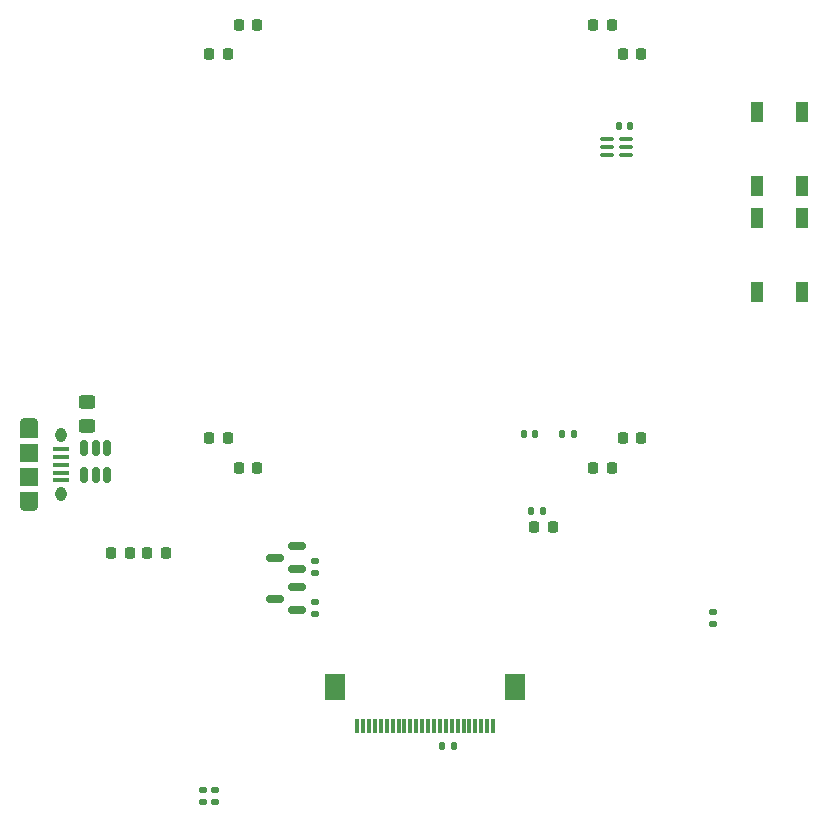
<source format=gtp>
%TF.GenerationSoftware,KiCad,Pcbnew,(6.0.10)*%
%TF.CreationDate,2023-01-06T19:17:38-08:00*%
%TF.ProjectId,ai-camera,61692d63-616d-4657-9261-2e6b69636164,rev?*%
%TF.SameCoordinates,PX5f5e100PY2faf080*%
%TF.FileFunction,Paste,Top*%
%TF.FilePolarity,Positive*%
%FSLAX46Y46*%
G04 Gerber Fmt 4.6, Leading zero omitted, Abs format (unit mm)*
G04 Created by KiCad (PCBNEW (6.0.10)) date 2023-01-06 19:17:38*
%MOMM*%
%LPD*%
G01*
G04 APERTURE LIST*
G04 Aperture macros list*
%AMRoundRect*
0 Rectangle with rounded corners*
0 $1 Rounding radius*
0 $2 $3 $4 $5 $6 $7 $8 $9 X,Y pos of 4 corners*
0 Add a 4 corners polygon primitive as box body*
4,1,4,$2,$3,$4,$5,$6,$7,$8,$9,$2,$3,0*
0 Add four circle primitives for the rounded corners*
1,1,$1+$1,$2,$3*
1,1,$1+$1,$4,$5*
1,1,$1+$1,$6,$7*
1,1,$1+$1,$8,$9*
0 Add four rect primitives between the rounded corners*
20,1,$1+$1,$2,$3,$4,$5,0*
20,1,$1+$1,$4,$5,$6,$7,0*
20,1,$1+$1,$6,$7,$8,$9,0*
20,1,$1+$1,$8,$9,$2,$3,0*%
G04 Aperture macros list end*
%ADD10RoundRect,0.135000X-0.185000X0.135000X-0.185000X-0.135000X0.185000X-0.135000X0.185000X0.135000X0*%
%ADD11R,1.000000X1.700000*%
%ADD12RoundRect,0.250000X0.450000X-0.325000X0.450000X0.325000X-0.450000X0.325000X-0.450000X-0.325000X0*%
%ADD13RoundRect,0.140000X0.140000X0.170000X-0.140000X0.170000X-0.140000X-0.170000X0.140000X-0.170000X0*%
%ADD14RoundRect,0.218750X0.218750X0.256250X-0.218750X0.256250X-0.218750X-0.256250X0.218750X-0.256250X0*%
%ADD15RoundRect,0.135000X-0.135000X-0.185000X0.135000X-0.185000X0.135000X0.185000X-0.135000X0.185000X0*%
%ADD16RoundRect,0.218750X-0.218750X-0.256250X0.218750X-0.256250X0.218750X0.256250X-0.218750X0.256250X0*%
%ADD17RoundRect,0.140000X-0.140000X-0.170000X0.140000X-0.170000X0.140000X0.170000X-0.140000X0.170000X0*%
%ADD18RoundRect,0.075000X0.512500X0.075000X-0.512500X0.075000X-0.512500X-0.075000X0.512500X-0.075000X0*%
%ADD19RoundRect,0.150000X0.150000X-0.512500X0.150000X0.512500X-0.150000X0.512500X-0.150000X-0.512500X0*%
%ADD20RoundRect,0.140000X-0.170000X0.140000X-0.170000X-0.140000X0.170000X-0.140000X0.170000X0.140000X0*%
%ADD21R,0.300000X1.300000*%
%ADD22R,1.800000X2.200000*%
%ADD23RoundRect,0.135000X0.185000X-0.135000X0.185000X0.135000X-0.185000X0.135000X-0.185000X-0.135000X0*%
%ADD24O,0.950000X1.250000*%
%ADD25O,1.550000X0.890000*%
%ADD26R,1.350000X0.400000*%
%ADD27R,1.550000X1.500000*%
%ADD28R,1.550000X1.200000*%
%ADD29RoundRect,0.135000X0.135000X0.185000X-0.135000X0.185000X-0.135000X-0.185000X0.135000X-0.185000X0*%
%ADD30RoundRect,0.150000X0.587500X0.150000X-0.587500X0.150000X-0.587500X-0.150000X0.587500X-0.150000X0*%
G04 APERTURE END LIST*
D10*
X20675000Y-42865000D03*
X20675000Y-43885000D03*
D11*
X58100000Y-20150000D03*
X58100000Y-13850000D03*
X61900000Y-13850000D03*
X61900000Y-20150000D03*
D12*
X1350000Y-31475000D03*
X1350000Y-29425000D03*
D13*
X32430000Y-58525000D03*
X31470000Y-58525000D03*
D14*
X40787500Y-40000000D03*
X39212500Y-40000000D03*
D15*
X41570000Y-32100000D03*
X42590000Y-32100000D03*
D16*
X3437500Y-42250000D03*
X5012500Y-42250000D03*
X11712500Y-32500000D03*
X13287500Y-32500000D03*
X46712500Y-32500000D03*
X48287500Y-32500000D03*
D17*
X38330000Y-32100000D03*
X39290000Y-32100000D03*
D16*
X14212500Y2500000D03*
X15787500Y2500000D03*
D18*
X46967500Y-8500000D03*
X46967500Y-7850000D03*
X46967500Y-7200000D03*
X45392500Y-7200000D03*
X45392500Y-7850000D03*
X45392500Y-8500000D03*
D14*
X15787500Y-35000000D03*
X14212500Y-35000000D03*
D16*
X6487500Y-42250000D03*
X8062500Y-42250000D03*
D13*
X47360000Y-6050000D03*
X46400000Y-6050000D03*
D19*
X1150000Y-35587500D03*
X2100000Y-35587500D03*
X3050000Y-35587500D03*
X3050000Y-33312500D03*
X2100000Y-33312500D03*
X1150000Y-33312500D03*
D20*
X12200000Y-62300000D03*
X12200000Y-63260000D03*
D21*
X35750000Y-56850000D03*
X35250000Y-56850000D03*
X34750000Y-56850000D03*
X34250000Y-56850000D03*
X33750000Y-56850000D03*
X33250000Y-56850000D03*
X32750000Y-56850000D03*
X32250000Y-56850000D03*
X31750000Y-56850000D03*
X31250000Y-56850000D03*
X30750000Y-56850000D03*
X30250000Y-56850000D03*
X29750000Y-56850000D03*
X29250000Y-56850000D03*
X28750000Y-56850000D03*
X28250000Y-56850000D03*
X27750000Y-56850000D03*
X27250000Y-56850000D03*
X26750000Y-56850000D03*
X26250000Y-56850000D03*
X25750000Y-56850000D03*
X25250000Y-56850000D03*
X24750000Y-56850000D03*
X24250000Y-56850000D03*
D22*
X37650000Y-53600000D03*
X22350000Y-53600000D03*
D16*
X44212500Y2500000D03*
X45787500Y2500000D03*
D23*
X11200000Y-63310000D03*
X11200000Y-62290000D03*
D16*
X46712500Y0D03*
X48287500Y0D03*
D11*
X58100000Y-4850000D03*
X58100000Y-11150000D03*
X61900000Y-11150000D03*
X61900000Y-4850000D03*
D24*
X-850000Y-32250000D03*
D25*
X-3550000Y-31250000D03*
D24*
X-850000Y-37250000D03*
D25*
X-3550000Y-38250000D03*
D26*
X-850000Y-33450000D03*
X-850000Y-34100000D03*
X-850000Y-34750000D03*
X-850000Y-35400000D03*
X-850000Y-36050000D03*
D27*
X-3550000Y-33750000D03*
D28*
X-3550000Y-37650000D03*
D27*
X-3550000Y-35750000D03*
D28*
X-3550000Y-31850000D03*
D16*
X11712500Y0D03*
X13287500Y0D03*
D29*
X39960000Y-38675000D03*
X38940000Y-38675000D03*
D14*
X45787500Y-35000000D03*
X44212500Y-35000000D03*
D30*
X19150000Y-47025000D03*
X19150000Y-45125000D03*
X17275000Y-46075000D03*
D10*
X20700000Y-46340000D03*
X20700000Y-47360000D03*
D30*
X19137500Y-43550000D03*
X19137500Y-41650000D03*
X17262500Y-42600000D03*
D23*
X54380000Y-48240000D03*
X54380000Y-47220000D03*
M02*

</source>
